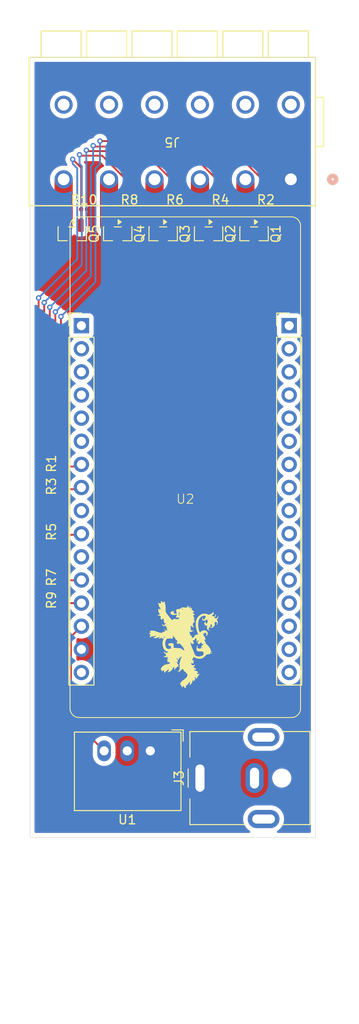
<source format=kicad_pcb>
(kicad_pcb (version 20241229) (generator "pcbnew") (generator_version "9.0")
  (layers (0 "F.Cu" signal) (2 "B.Cu" signal) (13 "F.Paste" user) (15 "B.Paste" user) (5 "F.SilkS" user "F.Silkscreen") (7 "B.SilkS" user "B.Silkscreen") (1 "F.Mask" user) (3 "B.Mask" user) (25 "Edge.Cuts" user))
  (net 0 "")
  (net 1 "GND")
  (net 2 "+24V")
  (net 3 "CW24")
  (net 4 "WW24")
  (net 7 "G24")
  (net 8 "R24")
  (net 9 "B24")
  (net 13 "+5V")
  (net 15 "Net-(Q1-G)")
  (net 41 "Net-(Q2-G)")
  (net 42 "Net-(Q3-G)")
  (net 43 "Net-(Q4-G)")
  (net 44 "Net-(Q5-G)")
  (net 45 "R3.3")
  (net 46 "G3.3")
  (net 47 "B3.3")
  (net 48 "CW3.3")
  (net 49 "WW3.3")
  (footprint "Resistor_SMD:R_0201_0603Metric" (layer "F.Cu") (at 146.25 56.5)
    (property "Reference" "R8" (at 0 -1.05 0) (layer "F.SilkS"))
    (property "Value" "10k")
    (pad "1" smd roundrect (at -0.32 0) (size 0.46 0.4) (layers "F.Cu" "F.Mask") (net 43 "Net-(Q4-G)"))
    (pad "2" smd roundrect (at 0.32 0) (size 0.46 0.4) (layers "F.Cu" "F.Mask") (net 1 "GND"))
  )
  (footprint "Resistor_SMD:R_0201_0603Metric" (layer "F.Cu") (at 138.704906 96.930531 90)
    (property "Reference" "R7" (at 0 -1.05 90) (layer "F.SilkS"))
    (property "Value" "100")
    (pad "1" smd roundrect (at -0.32 0 90) (size 0.46 0.4) (layers "F.Cu" "F.Mask") (net 48 "CW3.3"))
    (pad "2" smd roundrect (at 0.32 0 90) (size 0.46 0.4) (layers "F.Cu" "F.Mask") (net 43 "Net-(Q4-G)"))
  )
  (footprint "Resistor_SMD:R_0201_0603Metric" (layer "F.Cu") (at 151.25 56.5)
    (property "Reference" "R6" (at 0 -1.05 0) (layer "F.SilkS"))
    (property "Value" "10k")
    (pad "1" smd roundrect (at -0.32 0) (size 0.46 0.4) (layers "F.Cu" "F.Mask") (net 42 "Net-(Q3-G)"))
    (pad "2" smd roundrect (at 0.32 0) (size 0.46 0.4) (layers "F.Cu" "F.Mask") (net 1 "GND"))
  )
  (footprint "Library:industries_10mm" (layer "F.Cu") (at 152.204906 104.275531)
    (property "Reference" "G***" (at 0 0 0) (layer "F.SilkS") (effects (font (size 1.5 1.5) (thickness 0.3))))
    (property "Value" "LOGO" (hide yes))
  )
  (footprint "Wago:CONN6_2604-1106_WAG" (layer "F.Cu") (at 164 53.199999 180)
    (property "Reference" "J5" (at 13.049999 4.099999 180) (layer "F.SilkS"))
    (property "Value" "2604-1106")
    (pad "1" thru_hole circle (at 0 0 180) (size 2 2) (drill 1.3) (layers "*.Cu" "*.Mask") (net 2 "+24V"))
    (pad "2" thru_hole circle (at 0 8.199999 180) (size 2 2) (drill 1.3) (layers "*.Cu" "*.Mask"))
    (pad "3" thru_hole circle (at 5 0 180) (size 2 2) (drill 1.3) (layers "*.Cu" "*.Mask") (net 8 "R24"))
    (pad "4" thru_hole circle (at 5 8.199999 180) (size 2 2) (drill 1.3) (layers "*.Cu" "*.Mask"))
    (pad "5" thru_hole circle (at 10 0 180) (size 2 2) (drill 1.3) (layers "*.Cu" "*.Mask") (net 7 "G24"))
    (pad "6" thru_hole circle (at 10 8.199999 180) (size 2 2) (drill 1.3) (layers "*.Cu" "*.Mask"))
    (pad "7" thru_hole circle (at 15 0 180) (size 2 2) (drill 1.3) (layers "*.Cu" "*.Mask") (net 9 "B24"))
    (pad "8" thru_hole circle (at 15 8.199999 180) (size 2 2) (drill 1.3) (layers "*.Cu" "*.Mask"))
    (pad "9" thru_hole circle (at 20 0 180) (size 2 2) (drill 1.3) (layers "*.Cu" "*.Mask") (net 3 "CW24"))
    (pad "10" thru_hole circle (at 20 8.199999 180) (size 2 2) (drill 1.3) (layers "*.Cu" "*.Mask"))
    (pad "11" thru_hole circle (at 25 0 180) (size 2 2) (drill 1.3) (layers "*.Cu" "*.Mask") (net 4 "WW24"))
    (pad "12" thru_hole circle (at 25 8.199999 180) (size 2 2) (drill 1.3) (layers "*.Cu" "*.Mask"))
  )
  (footprint "Connector_BarrelJack:BarrelJack_CUI_PJ-063AH_Horizontal" (layer "F.Cu") (at 153.999562 118.976429 90)
    (property "Reference" "J3" (at 0 -2.3 90) (layer "F.SilkS"))
    (property "Value" "Barrel_Jack")
    (pad "" np_thru_hole circle (at 0 9 90) (size 1.6 1.6) (drill 1.6) (layers "*.Cu" "*.Mask"))
    (pad "1" thru_hole rect (at 0 0 90) (size 4 2) (drill oval 3 1) (layers "*.Cu" "*.Mask") (net 2 "+24V"))
    (pad "2" thru_hole oval (at 0 6 90) (size 3.3 2) (drill oval 2.3 1) (layers "*.Cu" "*.Mask") (net 1 "GND"))
    (pad "MP" thru_hole oval (at -4.5 7 90) (size 2 3.5) (drill oval 1 2.5) (layers "*.Cu" "*.Mask"))
    (pad "MP" thru_hole oval (at 4.5 7 90) (size 2 3.5) (drill oval 1 2.5) (layers "*.Cu" "*.Mask"))
  )
  (footprint "Resistor_SMD:R_0201_0603Metric" (layer "F.Cu") (at 161.25 56.5)
    (property "Reference" "R2" (at 0 -1.05 0) (layer "F.SilkS"))
    (property "Value" "10k")
    (pad "1" smd roundrect (at -0.32 0) (size 0.46 0.4) (layers "F.Cu" "F.Mask") (net 15 "Net-(Q1-G)"))
    (pad "2" smd roundrect (at 0.32 0) (size 0.46 0.4) (layers "F.Cu" "F.Mask") (net 1 "GND"))
  )
  (footprint "Package_TO_SOT_SMD:SOT-23" (layer "F.Cu") (at 159.95 59.1875 -90)
    (property "Reference" "Q1" (at 0 -2.4 90) (layer "F.SilkS"))
    (property "Value" "AO3400A")
    (pad "1" smd roundrect (at -0.9375 -0.95 270) (size 1.475 0.6) (layers "F.Cu" "F.Mask" "F.Paste") (net 15 "Net-(Q1-G)"))
    (pad "2" smd roundrect (at -0.9375 0.95 270) (size 1.475 0.6) (layers "F.Cu" "F.Mask" "F.Paste") (net 8 "R24"))
    (pad "3" smd roundrect (at 0.9375 0 270) (size 1.475 0.6) (layers "F.Cu" "F.Mask" "F.Paste") (net 1 "GND"))
  )
  (footprint "Resistor_SMD:R_0201_0603Metric" (layer "F.Cu") (at 141.25 56.5)
    (property "Reference" "R10" (at 0 -1.05 0) (layer "F.SilkS"))
    (property "Value" "10k")
    (pad "1" smd roundrect (at -0.32 0) (size 0.46 0.4) (layers "F.Cu" "F.Mask") (net 44 "Net-(Q5-G)"))
    (pad "2" smd roundrect (at 0.32 0) (size 0.46 0.4) (layers "F.Cu" "F.Mask") (net 1 "GND"))
  )
  (footprint "Package_TO_SOT_SMD:SOT-23" (layer "F.Cu") (at 149.95 59.1875 -90)
    (property "Reference" "Q3" (at 0 -2.4 90) (layer "F.SilkS"))
    (property "Value" "AO3400A")
    (pad "1" smd roundrect (at -0.9375 -0.95 270) (size 1.475 0.6) (layers "F.Cu" "F.Mask" "F.Paste") (net 42 "Net-(Q3-G)"))
    (pad "2" smd roundrect (at -0.9375 0.95 270) (size 1.475 0.6) (layers "F.Cu" "F.Mask" "F.Paste") (net 9 "B24"))
    (pad "3" smd roundrect (at 0.9375 0 270) (size 1.475 0.6) (layers "F.Cu" "F.Mask" "F.Paste") (net 1 "GND"))
  )
  (footprint "Resistor_SMD:R_0201_0603Metric" (layer "F.Cu") (at 156.25 56.5)
    (property "Reference" "R4" (at 0 -1.05 0) (layer "F.SilkS"))
    (property "Value" "10k")
    (pad "1" smd roundrect (at -0.32 0) (size 0.46 0.4) (layers "F.Cu" "F.Mask") (net 41 "Net-(Q2-G)"))
    (pad "2" smd roundrect (at 0.32 0) (size 0.46 0.4) (layers "F.Cu" "F.Mask") (net 1 "GND"))
  )
  (footprint "Library:Waveshare ESP32c6" (layer "F.Cu") (at 152.384906 88.825531)
    (property "Reference" "U2" (at 0 -0.5 0) (layer "F.SilkS") (effects (font (thickness 0.1))))
    (property "Value" "~")
    (pad "1" thru_hole rect (at -11.43 -19.55) (size 1.7 1.7) (drill 1) (layers "*.Cu" "*.Mask"))
    (pad "2" thru_hole circle (at -11.43 -17.01) (size 1.7 1.7) (drill 1) (layers "*.Cu" "*.Mask"))
    (pad "3" thru_hole circle (at -11.43 -14.47) (size 1.7 1.7) (drill 1) (layers "*.Cu" "*.Mask"))
    (pad "4" thru_hole circle (at -11.43 -11.93) (size 1.7 1.7) (drill 1) (layers "*.Cu" "*.Mask"))
    (pad "5" thru_hole circle (at -11.43 -9.39) (size 1.7 1.7) (drill 1) (layers "*.Cu" "*.Mask"))
    (pad "6" thru_hole circle (at -11.43 -6.85) (size 1.7 1.7) (drill 1) (layers "*.Cu" "*.Mask"))
    (pad "7" thru_hole circle (at -11.43 -4.31) (size 1.7 1.7) (drill 1) (layers "*.Cu" "*.Mask") (net 45 "R3.3"))
    (pad "8" thru_hole circle (at -11.43 -1.77) (size 1.7 1.7) (drill 1) (layers "*.Cu" "*.Mask") (net 46 "G3.3"))
    (pad "9" thru_hole circle (at -11.43 0.77) (size 1.7 1.7) (drill 1) (layers "*.Cu" "*.Mask"))
    (pad "10" thru_hole circle (at -11.43 3.31) (size 1.7 1.7) (drill 1) (layers "*.Cu" "*.Mask") (net 47 "B3.3"))
    (pad "11" thru_hole circle (at -11.43 5.85) (size 1.7 1.7) (drill 1) (layers "*.Cu" "*.Mask"))
    (pad "12" thru_hole circle (at -11.43 8.39) (size 1.7 1.7) (drill 1) (layers "*.Cu" "*.Mask") (net 48 "CW3.3"))
    (pad "13" thru_hole circle (at -11.43 10.93) (size 1.7 1.7) (drill 1) (layers "*.Cu" "*.Mask") (net 49 "WW3.3"))
    (pad "14" thru_hole circle (at -11.43 13.47) (size 1.7 1.7) (drill 1) (layers "*.Cu" "*.Mask") (net 13 "+5V"))
    (pad "15" thru_hole circle (at -11.43 16.01) (size 1.7 1.7) (drill 1) (layers "*.Cu" "*.Mask") (net 1 "GND"))
    (pad "16" thru_hole circle (at -11.43 18.55) (size 1.7 1.7) (drill 1) (layers "*.Cu" "*.Mask"))
    (pad "17" thru_hole rect (at 11.43 -19.55) (size 1.7 1.7) (drill 1) (layers "*.Cu" "*.Mask"))
    (pad "18" thru_hole circle (at 11.43 -17.01) (size 1.7 1.7) (drill 1) (layers "*.Cu" "*.Mask"))
    (pad "19" thru_hole circle (at 11.43 -14.47) (size 1.7 1.7) (drill 1) (layers "*.Cu" "*.Mask"))
    (pad "20" thru_hole circle (at 11.43 -11.93) (size 1.7 1.7) (drill 1) (layers "*.Cu" "*.Mask"))
    (pad "21" thru_hole circle (at 11.43 -9.39) (size 1.7 1.7) (drill 1) (layers "*.Cu" "*.Mask"))
    (pad "22" thru_hole circle (at 11.43 -6.85) (size 1.7 1.7) (drill 1) (layers "*.Cu" "*.Mask"))
    (pad "23" thru_hole circle (at 11.43 -4.31) (size 1.7 1.7) (drill 1) (layers "*.Cu" "*.Mask"))
    (pad "24" thru_hole circle (at 11.43 -1.77) (size 1.7 1.7) (drill 1) (layers "*.Cu" "*.Mask"))
    (pad "25" thru_hole circle (at 11.43 0.77) (size 1.7 1.7) (drill 1) (layers "*.Cu" "*.Mask"))
    (pad "26" thru_hole circle (at 11.43 3.31) (size 1.7 1.7) (drill 1) (layers "*.Cu" "*.Mask"))
    (pad "27" thru_hole circle (at 11.43 5.85) (size 1.7 1.7) (drill 1) (layers "*.Cu" "*.Mask"))
    (pad "28" thru_hole circle (at 11.43 8.39) (size 1.7 1.7) (drill 1) (layers "*.Cu" "*.Mask"))
    (pad "29" thru_hole circle (at 11.43 10.93) (size 1.7 1.7) (drill 1) (layers "*.Cu" "*.Mask"))
    (pad "30" thru_hole circle (at 11.43 13.47) (size 1.7 1.7) (drill 1) (layers "*.Cu" "*.Mask"))
    (pad "31" thru_hole circle (at 11.43 16.01) (size 1.7 1.7) (drill 1) (layers "*.Cu" "*.Mask"))
    (pad "32" thru_hole circle (at 11.43 18.55) (size 1.7 1.7) (drill 1) (layers "*.Cu" "*.Mask"))
  )
  (footprint "Resistor_SMD:R_0201_0603Metric" (layer "F.Cu") (at 138.704906 99.430531 90)
    (property "Reference" "R9" (at 0 -1.05 90) (layer "F.SilkS"))
    (property "Value" "100")
    (pad "1" smd roundrect (at -0.32 0 90) (size 0.46 0.4) (layers "F.Cu" "F.Mask") (net 49 "WW3.3"))
    (pad "2" smd roundrect (at 0.32 0 90) (size 0.46 0.4) (layers "F.Cu" "F.Mask") (net 44 "Net-(Q5-G)"))
  )
  (footprint "Package_TO_SOT_SMD:SOT-23" (layer "F.Cu") (at 154.95 59.1875 -90)
    (property "Reference" "Q2" (at 0 -2.4 90) (layer "F.SilkS"))
    (property "Value" "AO3400A")
    (pad "1" smd roundrect (at -0.9375 -0.95 270) (size 1.475 0.6) (layers "F.Cu" "F.Mask" "F.Paste") (net 41 "Net-(Q2-G)"))
    (pad "2" smd roundrect (at -0.9375 0.95 270) (size 1.475 0.6) (layers "F.Cu" "F.Mask" "F.Paste") (net 7 "G24"))
    (pad "3" smd roundrect (at 0.9375 0 270) (size 1.475 0.6) (layers "F.Cu" "F.Mask" "F.Paste") (net 1 "GND"))
  )
  (footprint "Resistor_SMD:R_0201_0603Metric" (layer "F.Cu") (at 138.704906 91.930531 90)
    (property "Reference" "R5" (at 0 -1.05 90) (layer "F.SilkS"))
    (property "Value" "100")
    (pad "1" smd roundrect (at -0.32 0 90) (size 0.46 0.4) (layers "F.Cu" "F.Mask") (net 47 "B3.3"))
    (pad "2" smd roundrect (at 0.32 0 90) (size 0.46 0.4) (layers "F.Cu" "F.Mask") (net 42 "Net-(Q3-G)"))
  )
  (footprint "Package_TO_SOT_SMD:SOT-23" (layer "F.Cu") (at 144.95 59.1875 -90)
    (property "Reference" "Q4" (at 0 -2.4 90) (layer "F.SilkS"))
    (property "Value" "AO3400A")
    (pad "1" smd roundrect (at -0.9375 -0.95 270) (size 1.475 0.6) (layers "F.Cu" "F.Mask" "F.Paste") (net 43 "Net-(Q4-G)"))
    (pad "2" smd roundrect (at -0.9375 0.95 270) (size 1.475 0.6) (layers "F.Cu" "F.Mask" "F.Paste") (net 3 "CW24"))
    (pad "3" smd roundrect (at 0.9375 0 270) (size 1.475 0.6) (layers "F.Cu" "F.Mask" "F.Paste") (net 1 "GND"))
  )
  (footprint "Resistor_SMD:R_0201_0603Metric" (layer "F.Cu") (at 138.704906 84.430531 90)
    (property "Reference" "R1" (at 0 -1.05 90) (layer "F.SilkS"))
    (property "Value" "100")
    (pad "1" smd roundrect (at -0.32 0 90) (size 0.46 0.4) (layers "F.Cu" "F.Mask") (net 45 "R3.3"))
    (pad "2" smd roundrect (at 0.32 0 90) (size 0.46 0.4) (layers "F.Cu" "F.Mask") (net 15 "Net-(Q1-G)"))
  )
  (footprint "Resistor_SMD:R_0201_0603Metric" (layer "F.Cu") (at 138.704906 86.930531 90)
    (property "Reference" "R3" (at 0 -1.05 90) (layer "F.SilkS"))
    (property "Value" "100")
    (pad "1" smd roundrect (at -0.32 0 90) (size 0.46 0.4) (layers "F.Cu" "F.Mask") (net 46 "G3.3"))
    (pad "2" smd roundrect (at 0.32 0 90) (size 0.46 0.4) (layers "F.Cu" "F.Mask") (net 41 "Net-(Q2-G)"))
  )
  (footprint "Converter_DCDC:Converter_DCDC_RECOM_R-78E-0.5_THT" (layer "F.Cu") (at 148.537352 115.987443 180)
    (property "Reference" "U1" (at 2.54 -7.56 0) (layer "F.SilkS"))
    (property "Value" "R-78E5.0-1.0")
    (pad "1" thru_hole rect (at 0 0 180) (size 1.5 2.3) (drill 1) (layers "*.Cu" "*.Mask") (net 2 "+24V"))
    (pad "2" thru_hole oval (at 2.54 0 180) (size 1.5 2.3) (drill 1) (layers "*.Cu" "*.Mask") (net 1 "GND"))
    (pad "3" thru_hole oval (at 5.08 0 180) (size 1.5 2.3) (drill 1) (layers "*.Cu" "*.Mask") (net 13 "+5V"))
  )
  (footprint "Package_TO_SOT_SMD:SOT-23" (layer "F.Cu") (at 139.95 59.1875 -90)
    (property "Reference" "Q5" (at 0 -2.4 90) (layer "F.SilkS"))
    (property "Value" "AO3400A")
    (pad "1" smd roundrect (at -0.9375 -0.95 270) (size 1.475 0.6) (layers "F.Cu" "F.Mask" "F.Paste") (net 44 "Net-(Q5-G)"))
    (pad "2" smd roundrect (at -0.9375 0.95 270) (size 1.475 0.6) (layers "F.Cu" "F.Mask" "F.Paste") (net 4 "WW24"))
    (pad "3" smd roundrect (at 0.9375 0 270) (size 1.475 0.6) (layers "F.Cu" "F.Mask" "F.Paste") (net 1 "GND"))
  )
  (gr_rect (start 135.297166 39.798538) (end 166.697166 125.498538) (stroke (width 0.05)) (fill no) (layer "Edge.Cuts"))
  (segment (start 144 53.199999) (end 144 58.25) (width 2) (layer "F.Cu") (net 3))
  (segment (start 139 53.199999) (end 139 58.25) (width 2) (layer "F.Cu") (net 4))
  (segment (start 154 58.25) (end 154 53.199999) (width 2) (layer "F.Cu") (net 7))
  (segment (start 159 58.25) (end 159 53.199999) (width 2) (layer "F.Cu") (net 8))
  (segment (start 149 58.25) (end 149 53.199999) (width 2) (layer "F.Cu") (net 9))
  (segment (start 143.457352 115.987443) (end 139.803906 112.333997) (width 0.2) (layer "F.Cu") (net 13))
  (segment (start 139.803906 112.333997) (end 139.803906 103.446531) (width 0.2) (layer "F.Cu") (net 13))
  (segment (start 139.803906 103.446531) (end 140.954906 102.295531) (width 0.2) (layer "F.Cu") (net 13))
  (segment (start 138.704906 84.110531) (end 138.704906 68.275531) (width 0.2) (layer "F.Cu") (net 15))
  (segment (start 160.93 53.290107) (end 160.93 56.5) (width 0.2) (layer "F.Cu") (net 15))
  (segment (start 143 49) (end 156.639893 49) (width 0.2) (layer "F.Cu") (net 15))
  (segment (start 160.93 58.22) (end 160.9 58.25) (width 0.2) (layer "F.Cu") (net 15))
  (segment (start 156.639893 49) (end 160.93 53.290107) (width 0.2) (layer "F.Cu") (net 15))
  (segment (start 160.93 56.5) (end 160.93 58.22) (width 0.2) (layer "F.Cu") (net 15))
  (via (at 138.704906 68.275531) (size 0.6) (drill 0.3) (layers "F.Cu" "B.Cu") (net 15))
  (via (at 143 49) (size 0.6) (drill 0.3) (layers "F.Cu" "B.Cu") (net 15))
  (segment (start 138.704906 68.275531) (end 142.5 64.480437) (width 0.2) (layer "B.Cu") (net 15))
  (segment (start 142.5 52) (end 143 51.5) (width 0.2) (layer "B.Cu") (net 15))
  (segment (start 143 51.5) (end 143 49) (width 0.2) (layer "B.Cu") (net 15))
  (segment (start 142.5 64.480437) (end 142.5 52) (width 0.2) (layer "B.Cu") (net 15))
  (segment (start 155.93 58.22) (end 155.9 58.25) (width 0.2) (layer "F.Cu") (net 41))
  (segment (start 142.351 49.601) (end 152.240893 49.601) (width 0.2) (layer "F.Cu") (net 41))
  (segment (start 155.93 56.5) (end 155.93 58.22) (width 0.2) (layer "F.Cu") (net 41))
  (segment (start 142.25 49.5) (end 142.351 49.601) (width 0.2) (layer "F.Cu") (net 41))
  (segment (start 155.93 53.290107) (end 155.93 56.5) (width 0.2) (layer "F.Cu") (net 41))
  (segment (start 138.704906 86.610531) (end 138.090327 85.995952) (width 0.2) (layer "F.Cu") (net 41))
  (segment (start 152.240893 49.601) (end 155.93 53.290107) (width 0.2) (layer "F.Cu") (net 41))
  (segment (start 138.090327 85.995952) (end 138.090327 67.763382) (width 0.2) (layer "F.Cu") (net 41))
  (via (at 142.25 49.5) (size 0.6) (drill 0.3) (layers "F.Cu" "B.Cu") (net 41))
  (via (at 138.090327 67.763382) (size 0.6) (drill 0.3) (layers "F.Cu" "B.Cu") (net 41))
  (segment (start 138.090327 67.763382) (end 138.090327 67.697864) (width 0.2) (layer "B.Cu") (net 41))
  (segment (start 138.090327 67.763382) (end 142 63.853709) (width 0.2) (layer "B.Cu") (net 41))
  (segment (start 142 63.853709) (end 142 51.75) (width 0.2) (layer "B.Cu") (net 41))
  (segment (start 142.25 51.5) (end 142.25 49.5) (width 0.2) (layer "B.Cu") (net 41))
  (segment (start 142 51.75) (end 142.25 51.5) (width 0.2) (layer "B.Cu") (net 41))
  (segment (start 150.93 53.290107) (end 150.93 56.5) (width 0.2) (layer "F.Cu") (net 42))
  (segment (start 147.740893 50.101) (end 150.93 53.290107) (width 0.2) (layer "F.Cu") (net 42))
  (segment (start 150.93 58.22) (end 150.9 58.25) (width 0.2) (layer "F.Cu") (net 42))
  (segment (start 141.5 50) (end 141.601 50.101) (width 0.2) (layer "F.Cu") (net 42))
  (segment (start 150.93 56.5) (end 150.93 58.22) (width 0.2) (layer "F.Cu") (net 42))
  (segment (start 137.475748 90.381373) (end 137.475748 67.251233) (width 0.2) (layer "F.Cu") (net 42))
  (segment (start 138.704906 91.610531) (end 137.475748 90.381373) (width 0.2) (layer "F.Cu") (net 42))
  (segment (start 141.601 50.101) (end 147.740893 50.101) (width 0.2) (layer "F.Cu") (net 42))
  (via (at 141.5 50) (size 0.6) (drill 0.3) (layers "F.Cu" "B.Cu") (net 42))
  (via (at 137.475748 67.251233) (size 0.6) (drill 0.3) (layers "F.Cu" "B.Cu") (net 42))
  (segment (start 137.475748 67.251233) (end 141.5 63.226981) (width 0.2) (layer "B.Cu") (net 42))
  (segment (start 141.5 63.226981) (end 141.5 50) (width 0.2) (layer "B.Cu") (net 42))
  (segment (start 145.93 56.5) (end 145.93 58.22) (width 0.2) (layer "F.Cu") (net 43))
  (segment (start 143.240893 50.601) (end 145.93 53.290107) (width 0.2) (layer "F.Cu") (net 43))
  (segment (start 140.851 50.601) (end 143.240893 50.601) (width 0.2) (layer "F.Cu") (net 43))
  (segment (start 136.861169 94.766794) (end 136.861169 66.739083) (width 0.2) (layer "F.Cu") (net 43))
  (segment (start 145.93 53.290107) (end 145.93 56.5) (width 0.2) (layer "F.Cu") (net 43))
  (segment (start 138.704906 96.610531) (end 136.861169 94.766794) (width 0.2) (layer "F.Cu") (net 43))
  (segment (start 140.75 50.5) (end 140.851 50.601) (width 0.2) (layer "F.Cu") (net 43))
  (segment (start 145.93 58.22) (end 145.9 58.25) (width 0.2) (layer "F.Cu") (net 43))
  (via (at 140.75 50.5) (size 0.6) (drill 0.3) (layers "F.Cu" "B.Cu") (net 43))
  (via (at 136.861169 66.739083) (size 0.6) (drill 0.3) (layers "F.Cu" "B.Cu") (net 43))
  (segment (start 141 51.75) (end 140.75 51.5) (width 0.2) (layer "B.Cu") (net 43))
  (segment (start 140.75 51.5) (end 140.75 50.5) (width 0.2) (layer "B.Cu") (net 43))
  (segment (start 141 62.600252) (end 141 51.75) (width 0.2) (layer "B.Cu") (net 43))
  (segment (start 136.861169 66.739083) (end 141 62.600252) (width 0.2) (layer "B.Cu") (net 43))
  (segment (start 136.861169 66.739083) (end 136.861169 66.677022) (width 0.2) (layer "B.Cu") (net 43))
  (segment (start 140.93 51.93) (end 140.93 56.5) (width 0.2) (layer "F.Cu") (net 44))
  (segment (start 140 51) (end 140.93 51.93) (width 0.2) (layer "F.Cu") (net 44))
  (segment (start 140.93 58.22) (end 140.9 58.25) (width 0.2) (layer "F.Cu") (net 44))
  (segment (start 138.704906 99.110531) (end 136.24659 96.652215) (width 0.2) (layer "F.Cu") (net 44))
  (segment (start 136.24659 96.652215) (end 136.24659 66.226934) (width 0.2) (layer "F.Cu") (net 44))
  (segment (start 140.93 56.5) (end 140.93 58.22) (width 0.2) (layer "F.Cu") (net 44))
  (via (at 140 51) (size 0.6) (drill 0.3) (layers "F.Cu" "B.Cu") (net 44))
  (via (at 136.24659 66.226934) (size 0.6) (drill 0.3) (layers "F.Cu" "B.Cu") (net 44))
  (segment (start 140.5 61.973524) (end 140.5 52) (width 0.2) (layer "B.Cu") (net 44))
  (segment (start 136.24659 66.226934) (end 140.5 61.973524) (width 0.2) (layer "B.Cu") (net 44))
  (segment (start 140 51.5) (end 140 51) (width 0.2) (layer "B.Cu") (net 44))
  (segment (start 136.24659 66.226934) (end 136.253503 66.226934) (width 0.2) (layer "B.Cu") (net 44))
  (segment (start 140.5 52) (end 140 51.5) (width 0.2) (layer "B.Cu") (net 44))
  (segment (start 140.689906 84.250531) (end 140.954906 84.515531) (width 0.2) (layer "F.Cu") (net 45))
  (segment (start 140.719906 84.750531) (end 140.954906 84.515531) (width 0.2) (layer "F.Cu") (net 45))
  (segment (start 138.704906 84.750531) (end 140.719906 84.750531) (width 0.2) (layer "F.Cu") (net 45))
  (segment (start 140.759906 87.250531) (end 140.954906 87.055531) (width 0.2) (layer "F.Cu") (net 46))
  (segment (start 138.704906 87.250531) (end 140.759906 87.250531) (width 0.2) (layer "F.Cu") (net 46))
  (segment (start 138.704906 92.250531) (end 140.839906 92.250531) (width 0.2) (layer "F.Cu") (net 47))
  (segment (start 140.839906 92.250531) (end 140.954906 92.135531) (width 0.2) (layer "F.Cu") (net 47))
  (segment (start 140.919906 97.250531) (end 140.954906 97.215531) (width 0.2) (layer "F.Cu") (net 48))
  (segment (start 138.704906 97.250531) (end 140.919906 97.250531) (width 0.2) (layer "F.Cu") (net 48))
  (segment (start 140.954906 99.755531) (end 138.709906 99.755531) (width 0.2) (layer "F.Cu") (net 49))
  (segment (start 138.709906 99.755531) (end 138.704906 99.750531) (width 0.2) (layer "F.Cu") (net 49))
  (segment (start 140.949906 99.750531) (end 140.954906 99.755531) (width 0.2) (layer "F.Cu") (net 49))
  (zone (net 1) (net_name "GND") (layer "F.Cu") (connect_pads yes (clearance 0.5)) (min_thickness 0.25) (fill yes (thermal_gap 0.5) (thermal_bridge_width 0.5))
    (polygon (pts (xy 133.5 35) (xy 170 35) (xy 169.5 143.5) (xy 133 144)))
  )
  (zone (net 2) (net_name "+24V") (layer "B.Cu") (priority 2) (connect_pads yes (clearance 0.5)) (min_thickness 0.25) (fill yes (thermal_gap 0.5) (thermal_bridge_width 0.5))
    (polygon (pts (xy 132 33.5) (xy 171.5 33.5) (xy 170.5 145) (xy 132 146)))
  )
)
</source>
